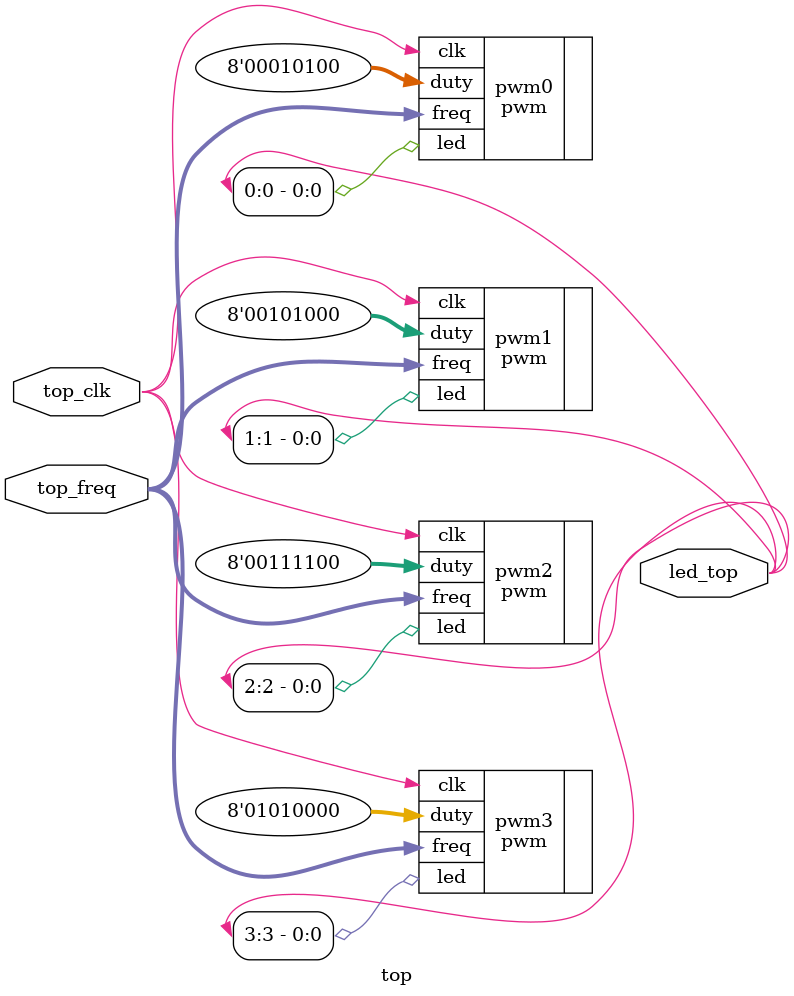
<source format=v>
`timescale 1ns / 1ps

module top(
    input top_clk,
    input [7:0] top_freq,
    output [3:0] led_top
    );

    
  
    
pwm pwm0(.clk(top_clk), .freq(top_freq), .duty(8'd20), .led(led_top[0]));
pwm pwm1(.clk(top_clk), .freq(top_freq), .duty(8'd40), .led(led_top[1]));
pwm pwm2(.clk(top_clk), .freq(top_freq), .duty(8'd60), .led(led_top[2]));
pwm pwm3(.clk(top_clk), .freq(top_freq), .duty(8'd80), .led(led_top[3]));
    
endmodule

</source>
